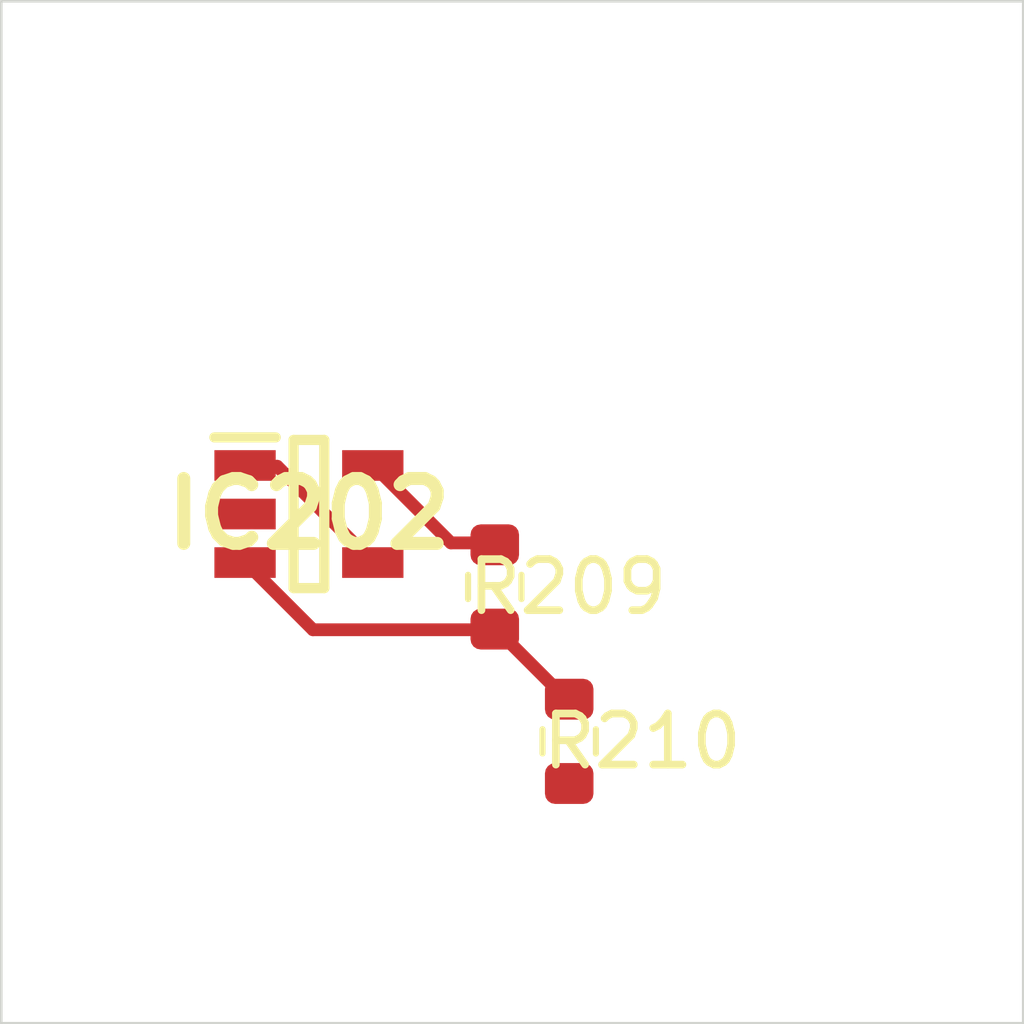
<source format=kicad_pcb>
 ( kicad_pcb  ( version 20171130 )
 ( host pcbnew 5.1.12-84ad8e8a86~92~ubuntu18.04.1 )
 ( general  ( thickness 1.6 )
 ( drawings 4 )
 ( tracks 0 )
 ( zones 0 )
 ( modules 3 )
 ( nets 5 )
)
 ( page A4 )
 ( layers  ( 0 F.Cu signal )
 ( 31 B.Cu signal )
 ( 32 B.Adhes user )
 ( 33 F.Adhes user )
 ( 34 B.Paste user )
 ( 35 F.Paste user )
 ( 36 B.SilkS user )
 ( 37 F.SilkS user )
 ( 38 B.Mask user )
 ( 39 F.Mask user )
 ( 40 Dwgs.User user )
 ( 41 Cmts.User user )
 ( 42 Eco1.User user )
 ( 43 Eco2.User user )
 ( 44 Edge.Cuts user )
 ( 45 Margin user )
 ( 46 B.CrtYd user )
 ( 47 F.CrtYd user )
 ( 48 B.Fab user )
 ( 49 F.Fab user )
)
 ( setup  ( last_trace_width 0.25 )
 ( trace_clearance 0.2 )
 ( zone_clearance 0.508 )
 ( zone_45_only no )
 ( trace_min 0.2 )
 ( via_size 0.8 )
 ( via_drill 0.4 )
 ( via_min_size 0.4 )
 ( via_min_drill 0.3 )
 ( uvia_size 0.3 )
 ( uvia_drill 0.1 )
 ( uvias_allowed no )
 ( uvia_min_size 0.2 )
 ( uvia_min_drill 0.1 )
 ( edge_width 0.05 )
 ( segment_width 0.2 )
 ( pcb_text_width 0.3 )
 ( pcb_text_size 1.5 1.5 )
 ( mod_edge_width 0.12 )
 ( mod_text_size 1 1 )
 ( mod_text_width 0.15 )
 ( pad_size 1.524 1.524 )
 ( pad_drill 0.762 )
 ( pad_to_mask_clearance 0 )
 ( aux_axis_origin 0 0 )
 ( visible_elements FFFFFF7F )
 ( pcbplotparams  ( layerselection 0x010fc_ffffffff )
 ( usegerberextensions false )
 ( usegerberattributes true )
 ( usegerberadvancedattributes true )
 ( creategerberjobfile true )
 ( excludeedgelayer true )
 ( linewidth 0.100000 )
 ( plotframeref false )
 ( viasonmask false )
 ( mode 1 )
 ( useauxorigin false )
 ( hpglpennumber 1 )
 ( hpglpenspeed 20 )
 ( hpglpendiameter 15.000000 )
 ( psnegative false )
 ( psa4output false )
 ( plotreference true )
 ( plotvalue true )
 ( plotinvisibletext false )
 ( padsonsilk false )
 ( subtractmaskfromsilk false )
 ( outputformat 1 )
 ( mirror false )
 ( drillshape 1 )
 ( scaleselection 1 )
 ( outputdirectory "" )
)
)
 ( net 0 "" )
 ( net 1 GND )
 ( net 2 VDDA )
 ( net 3 /Sheet6235D886/vp )
 ( net 4 "Net-(IC202-Pad3)" )
 ( net_class Default "This is the default net class."  ( clearance 0.2 )
 ( trace_width 0.25 )
 ( via_dia 0.8 )
 ( via_drill 0.4 )
 ( uvia_dia 0.3 )
 ( uvia_drill 0.1 )
 ( add_net /Sheet6235D886/vp )
 ( add_net GND )
 ( add_net "Net-(IC202-Pad3)" )
 ( add_net VDDA )
)
 ( module SOT95P280X145-5N locked  ( layer F.Cu )
 ( tedit 62336ED7 )
 ( tstamp 623423ED )
 ( at 86.020900 110.035000 )
 ( descr DBV0005A )
 ( tags "Integrated Circuit" )
 ( path /6235D887/6266C08E )
 ( attr smd )
 ( fp_text reference IC202  ( at 0 0 )
 ( layer F.SilkS )
 ( effects  ( font  ( size 1.27 1.27 )
 ( thickness 0.254 )
)
)
)
 ( fp_text value TL071HIDBVR  ( at 0 0 )
 ( layer F.SilkS )
hide  ( effects  ( font  ( size 1.27 1.27 )
 ( thickness 0.254 )
)
)
)
 ( fp_line  ( start -1.85 -1.5 )
 ( end -0.65 -1.5 )
 ( layer F.SilkS )
 ( width 0.2 )
)
 ( fp_line  ( start -0.3 1.45 )
 ( end -0.3 -1.45 )
 ( layer F.SilkS )
 ( width 0.2 )
)
 ( fp_line  ( start 0.3 1.45 )
 ( end -0.3 1.45 )
 ( layer F.SilkS )
 ( width 0.2 )
)
 ( fp_line  ( start 0.3 -1.45 )
 ( end 0.3 1.45 )
 ( layer F.SilkS )
 ( width 0.2 )
)
 ( fp_line  ( start -0.3 -1.45 )
 ( end 0.3 -1.45 )
 ( layer F.SilkS )
 ( width 0.2 )
)
 ( fp_line  ( start -0.8 -0.5 )
 ( end 0.15 -1.45 )
 ( layer Dwgs.User )
 ( width 0.1 )
)
 ( fp_line  ( start -0.8 1.45 )
 ( end -0.8 -1.45 )
 ( layer Dwgs.User )
 ( width 0.1 )
)
 ( fp_line  ( start 0.8 1.45 )
 ( end -0.8 1.45 )
 ( layer Dwgs.User )
 ( width 0.1 )
)
 ( fp_line  ( start 0.8 -1.45 )
 ( end 0.8 1.45 )
 ( layer Dwgs.User )
 ( width 0.1 )
)
 ( fp_line  ( start -0.8 -1.45 )
 ( end 0.8 -1.45 )
 ( layer Dwgs.User )
 ( width 0.1 )
)
 ( fp_line  ( start -2.1 1.775 )
 ( end -2.1 -1.775 )
 ( layer Dwgs.User )
 ( width 0.05 )
)
 ( fp_line  ( start 2.1 1.775 )
 ( end -2.1 1.775 )
 ( layer Dwgs.User )
 ( width 0.05 )
)
 ( fp_line  ( start 2.1 -1.775 )
 ( end 2.1 1.775 )
 ( layer Dwgs.User )
 ( width 0.05 )
)
 ( fp_line  ( start -2.1 -1.775 )
 ( end 2.1 -1.775 )
 ( layer Dwgs.User )
 ( width 0.05 )
)
 ( pad 1 smd rect  ( at -1.25 -0.95 90.000000 )
 ( size 0.6 1.2 )
 ( layers F.Cu F.Mask F.Paste )
 ( net 3 /Sheet6235D886/vp )
)
 ( pad 2 smd rect  ( at -1.25 0 90.000000 )
 ( size 0.6 1.2 )
 ( layers F.Cu F.Mask F.Paste )
 ( net 1 GND )
)
 ( pad 3 smd rect  ( at -1.25 0.95 90.000000 )
 ( size 0.6 1.2 )
 ( layers F.Cu F.Mask F.Paste )
 ( net 4 "Net-(IC202-Pad3)" )
)
 ( pad 4 smd rect  ( at 1.25 0.95 90.000000 )
 ( size 0.6 1.2 )
 ( layers F.Cu F.Mask F.Paste )
 ( net 3 /Sheet6235D886/vp )
)
 ( pad 5 smd rect  ( at 1.25 -0.95 90.000000 )
 ( size 0.6 1.2 )
 ( layers F.Cu F.Mask F.Paste )
 ( net 2 VDDA )
)
)
 ( module Resistor_SMD:R_0603_1608Metric  ( layer F.Cu )
 ( tedit 5F68FEEE )
 ( tstamp 62342595 )
 ( at 89.658000 111.462000 270.000000 )
 ( descr "Resistor SMD 0603 (1608 Metric), square (rectangular) end terminal, IPC_7351 nominal, (Body size source: IPC-SM-782 page 72, https://www.pcb-3d.com/wordpress/wp-content/uploads/ipc-sm-782a_amendment_1_and_2.pdf), generated with kicad-footprint-generator" )
 ( tags resistor )
 ( path /6235D887/623CDBD9 )
 ( attr smd )
 ( fp_text reference R209  ( at 0 -1.43 )
 ( layer F.SilkS )
 ( effects  ( font  ( size 1 1 )
 ( thickness 0.15 )
)
)
)
 ( fp_text value 100k  ( at 0 1.43 )
 ( layer F.Fab )
 ( effects  ( font  ( size 1 1 )
 ( thickness 0.15 )
)
)
)
 ( fp_line  ( start -0.8 0.4125 )
 ( end -0.8 -0.4125 )
 ( layer F.Fab )
 ( width 0.1 )
)
 ( fp_line  ( start -0.8 -0.4125 )
 ( end 0.8 -0.4125 )
 ( layer F.Fab )
 ( width 0.1 )
)
 ( fp_line  ( start 0.8 -0.4125 )
 ( end 0.8 0.4125 )
 ( layer F.Fab )
 ( width 0.1 )
)
 ( fp_line  ( start 0.8 0.4125 )
 ( end -0.8 0.4125 )
 ( layer F.Fab )
 ( width 0.1 )
)
 ( fp_line  ( start -0.237258 -0.5225 )
 ( end 0.237258 -0.5225 )
 ( layer F.SilkS )
 ( width 0.12 )
)
 ( fp_line  ( start -0.237258 0.5225 )
 ( end 0.237258 0.5225 )
 ( layer F.SilkS )
 ( width 0.12 )
)
 ( fp_line  ( start -1.48 0.73 )
 ( end -1.48 -0.73 )
 ( layer F.CrtYd )
 ( width 0.05 )
)
 ( fp_line  ( start -1.48 -0.73 )
 ( end 1.48 -0.73 )
 ( layer F.CrtYd )
 ( width 0.05 )
)
 ( fp_line  ( start 1.48 -0.73 )
 ( end 1.48 0.73 )
 ( layer F.CrtYd )
 ( width 0.05 )
)
 ( fp_line  ( start 1.48 0.73 )
 ( end -1.48 0.73 )
 ( layer F.CrtYd )
 ( width 0.05 )
)
 ( fp_text user %R  ( at 0 0 )
 ( layer F.Fab )
 ( effects  ( font  ( size 0.4 0.4 )
 ( thickness 0.06 )
)
)
)
 ( pad 1 smd roundrect  ( at -0.825 0 270.000000 )
 ( size 0.8 0.95 )
 ( layers F.Cu F.Mask F.Paste )
 ( roundrect_rratio 0.25 )
 ( net 2 VDDA )
)
 ( pad 2 smd roundrect  ( at 0.825 0 270.000000 )
 ( size 0.8 0.95 )
 ( layers F.Cu F.Mask F.Paste )
 ( roundrect_rratio 0.25 )
 ( net 4 "Net-(IC202-Pad3)" )
)
 ( model ${KISYS3DMOD}/Resistor_SMD.3dshapes/R_0603_1608Metric.wrl  ( at  ( xyz 0 0 0 )
)
 ( scale  ( xyz 1 1 1 )
)
 ( rotate  ( xyz 0 0 0 )
)
)
)
 ( module Resistor_SMD:R_0603_1608Metric  ( layer F.Cu )
 ( tedit 5F68FEEE )
 ( tstamp 623425A6 )
 ( at 91.114800 114.484000 270.000000 )
 ( descr "Resistor SMD 0603 (1608 Metric), square (rectangular) end terminal, IPC_7351 nominal, (Body size source: IPC-SM-782 page 72, https://www.pcb-3d.com/wordpress/wp-content/uploads/ipc-sm-782a_amendment_1_and_2.pdf), generated with kicad-footprint-generator" )
 ( tags resistor )
 ( path /6235D887/623CDBDF )
 ( attr smd )
 ( fp_text reference R210  ( at 0 -1.43 )
 ( layer F.SilkS )
 ( effects  ( font  ( size 1 1 )
 ( thickness 0.15 )
)
)
)
 ( fp_text value 100k  ( at 0 1.43 )
 ( layer F.Fab )
 ( effects  ( font  ( size 1 1 )
 ( thickness 0.15 )
)
)
)
 ( fp_line  ( start 1.48 0.73 )
 ( end -1.48 0.73 )
 ( layer F.CrtYd )
 ( width 0.05 )
)
 ( fp_line  ( start 1.48 -0.73 )
 ( end 1.48 0.73 )
 ( layer F.CrtYd )
 ( width 0.05 )
)
 ( fp_line  ( start -1.48 -0.73 )
 ( end 1.48 -0.73 )
 ( layer F.CrtYd )
 ( width 0.05 )
)
 ( fp_line  ( start -1.48 0.73 )
 ( end -1.48 -0.73 )
 ( layer F.CrtYd )
 ( width 0.05 )
)
 ( fp_line  ( start -0.237258 0.5225 )
 ( end 0.237258 0.5225 )
 ( layer F.SilkS )
 ( width 0.12 )
)
 ( fp_line  ( start -0.237258 -0.5225 )
 ( end 0.237258 -0.5225 )
 ( layer F.SilkS )
 ( width 0.12 )
)
 ( fp_line  ( start 0.8 0.4125 )
 ( end -0.8 0.4125 )
 ( layer F.Fab )
 ( width 0.1 )
)
 ( fp_line  ( start 0.8 -0.4125 )
 ( end 0.8 0.4125 )
 ( layer F.Fab )
 ( width 0.1 )
)
 ( fp_line  ( start -0.8 -0.4125 )
 ( end 0.8 -0.4125 )
 ( layer F.Fab )
 ( width 0.1 )
)
 ( fp_line  ( start -0.8 0.4125 )
 ( end -0.8 -0.4125 )
 ( layer F.Fab )
 ( width 0.1 )
)
 ( fp_text user %R  ( at 0 0 )
 ( layer F.Fab )
 ( effects  ( font  ( size 0.4 0.4 )
 ( thickness 0.06 )
)
)
)
 ( pad 2 smd roundrect  ( at 0.825 0 270.000000 )
 ( size 0.8 0.95 )
 ( layers F.Cu F.Mask F.Paste )
 ( roundrect_rratio 0.25 )
 ( net 1 GND )
)
 ( pad 1 smd roundrect  ( at -0.825 0 270.000000 )
 ( size 0.8 0.95 )
 ( layers F.Cu F.Mask F.Paste )
 ( roundrect_rratio 0.25 )
 ( net 4 "Net-(IC202-Pad3)" )
)
 ( model ${KISYS3DMOD}/Resistor_SMD.3dshapes/R_0603_1608Metric.wrl  ( at  ( xyz 0 0 0 )
)
 ( scale  ( xyz 1 1 1 )
)
 ( rotate  ( xyz 0 0 0 )
)
)
)
 ( gr_line  ( start 100 100 )
 ( end 100 120 )
 ( layer Edge.Cuts )
 ( width 0.05 )
 ( tstamp 62E770C4 )
)
 ( gr_line  ( start 80 120 )
 ( end 100 120 )
 ( layer Edge.Cuts )
 ( width 0.05 )
 ( tstamp 62E770C0 )
)
 ( gr_line  ( start 80 100 )
 ( end 100 100 )
 ( layer Edge.Cuts )
 ( width 0.05 )
 ( tstamp 6234110C )
)
 ( gr_line  ( start 80 100 )
 ( end 80 120 )
 ( layer Edge.Cuts )
 ( width 0.05 )
)
 ( segment  ( start 89.700001 110.600002 )
 ( end 88.800001 110.600002 )
 ( width 0.250000 )
 ( layer F.Cu )
 ( net 2 )
)
 ( segment  ( start 88.800001 110.600002 )
 ( end 87.300001 109.100002 )
 ( width 0.250000 )
 ( layer F.Cu )
 ( net 2 )
)
 ( segment  ( start 87.300001 111.000002 )
 ( end 85.400001 109.100002 )
 ( width 0.250000 )
 ( layer F.Cu )
 ( net 3 )
)
 ( segment  ( start 85.400001 109.100002 )
 ( end 84.800001 109.100002 )
 ( width 0.250000 )
 ( layer F.Cu )
 ( net 3 )
)
 ( segment  ( start 89.700001 112.300002 )
 ( end 86.100001 112.300002 )
 ( width 0.250000 )
 ( layer F.Cu )
 ( net 4 )
)
 ( segment  ( start 86.100001 112.300002 )
 ( end 84.800001 111.000002 )
 ( width 0.250000 )
 ( layer F.Cu )
 ( net 4 )
)
 ( segment  ( start 91.100001 113.700002 )
 ( end 89.700001 112.300002 )
 ( width 0.250000 )
 ( layer F.Cu )
 ( net 4 )
)
)

</source>
